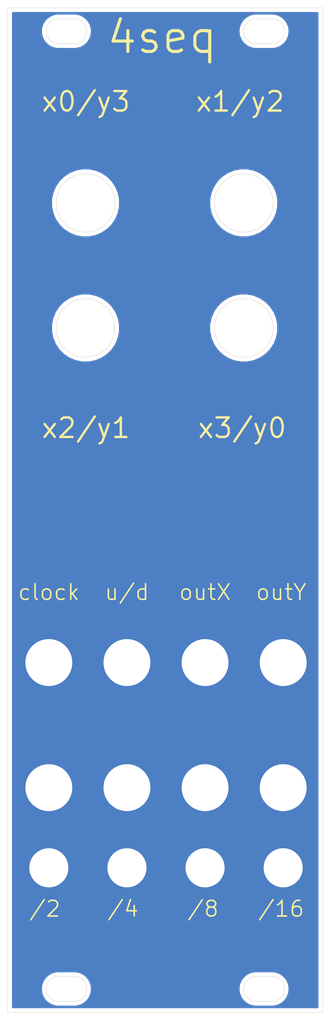
<source format=kicad_pcb>
(kicad_pcb (version 20171130) (host pcbnew "(5.1.5-0)")
  (layers (0 F.Cu signal) (31 B.Cu signal) (34 B.Paste user hide) (35 F.Paste user hide) (36 B.SilkS user hide) (37 F.SilkS user) (38 B.Mask user) (39 F.Mask user) (44 Edge.Cuts user))
  (net 0 "")
  (net 1 GND)
  (module "custom footprints:5mm_mounting_hole_LED" (layer F.Cu) (at 35.25 110)
    (fp_text reference REF** hide)
    (fp_text value 5mm_mounting_hole_LED)
    (pad 1 thru_hole circle (at 0 0) (size 5.1 5.1) (drill 5) (layers *.Cu *.Mask) (net 1 GND))
  )
  (module "custom footprints:5mm_mounting_hole_LED" (layer F.Cu) (at 25.25 110)
    (fp_text reference REF** hide)
    (fp_text value 5mm_mounting_hole_LED)
    (pad 1 thru_hole circle (at 0 0) (size 5.1 5.1) (drill 5) (layers *.Cu *.Mask) (net 1 GND))
  )
  (module "custom footprints:5mm_mounting_hole_LED" (layer F.Cu) (at 15.25 110)
    (fp_text reference REF** hide)
    (fp_text value 5mm_mounting_hole_LED)
    (pad 1 thru_hole circle (at 0 0) (size 5.1 5.1) (drill 5) (layers *.Cu *.Mask) (net 1 GND))
  )
  (module "custom footprints:5mm_mounting_hole_LED" (layer F.Cu) (at 5.25 110)
    (fp_text reference REF** hide)
    (fp_text value 5mm_mounting_hole_LED)
    (pad 1 thru_hole circle (at 0 0) (size 5.1 5.1) (drill 5) (layers *.Cu *.Mask) (net 1 GND))
  )
  (module "custom footprints:potleaf_small_copper" (layer F.Cu) (at 20 123.5)
    (fp_text reference REF** hide)
    (fp_text value potleaf_small_copper)
    (fp_poly (pts (xy -3.4036 -3.9751) (xy -3.0861 -3.7338) (xy -2.52095 -3.4163) (xy -1.92405 -2.9845) (xy -1.5494 -2.6035) (xy -1.14935 -2.03835) (xy -0.55245 -0.85725) (xy -0.254 -0.2921) (xy -0.2413 -0.2794) (xy -0.5715 -0.254) (xy -0.6731 -0.3048) (xy -1.0287 -0.55245) (xy -1.4351 -0.92075) (xy -1.7653 -1.27) (xy -2.1209 -1.7018) (xy -2.4003 -2.1209) (xy -2.5908 -2.3749) (xy -2.8448 -2.8321) (xy -3.0988 -3.2004) (xy -3.3401 -3.6195) (xy -3.6195 -4.1783)) (layer F.Cu) (width 0.1))
    (fp_poly (pts (xy -1.997075 -0.796925) (xy -1.660525 -0.701675) (xy -1.397 -0.6096) (xy -0.6985 -0.2032) (xy -0.66802 -0.17526) (xy -0.6604 -0.1905) (xy -0.6604 -0.1778) (xy -0.66802 -0.17526) (xy -0.7493 -0.0127) (xy -0.3556 0.127) (xy -0.56515 0.1524) (xy -0.95885 0.1778) (xy -1.4351 0.1778) (xy -1.8796 0.1143) (xy -2.3622 0) (xy -2.7559 -0.1143) (xy -3.1623 -0.3429) (xy -3.4798 -0.5715) (xy -3.8862 -0.6985) (xy -3.2385 -0.7493) (xy -2.7051 -0.7874) (xy -2.24155 -0.79375)) (layer F.Cu) (width 0.1))
    (fp_poly (pts (xy -0.13335 0.2667) (xy -0.50165 0.6985) (xy -0.9398 0.97155) (xy -1.3208 1.11125) (xy -2.0701 1.27635) (xy -1.5875 0.7493) (xy -1.1938 0.4826) (xy -0.8255 0.2794) (xy -0.3556 0.2032) (xy -0.3302 0.2032)) (layer F.Cu) (width 0.1))
    (fp_poly (pts (xy 0 -0.2159) (xy -0.211138 -0.022225) (xy 0.007937 0.073025) (xy 0.758825 0.61595) (xy 0.57785 0.7112) (xy 0 0.254) (xy 0.0127 1.3462) (xy -0.1016 1.2065) (xy -0.10795 0.3175) (xy -0.0635 0.3175) (xy -0.4445 0.1016) (xy -0.73025 -0.0508) (xy -0.56515 -0.3302)) (layer F.Cu) (width 0.1))
    (fp_poly (pts (xy 0.64135 0.2413) (xy 1.1938 0.5207) (xy 1.520825 0.847725) (xy 1.655763 1.077913) (xy 1.887538 1.347788) (xy 1.58115 1.26365) (xy 1.32715 1.18745) (xy 1.14935 1.12395) (xy 0.7747 0.9906) (xy 0.415925 0.796925) (xy 0.155575 0.511175) (xy 0.03175 0.34925) (xy 0.09525 0.38735) (xy 0.06985 0.32385) (xy 0.13335 0.1524)) (layer F.Cu) (width 0.1))
    (fp_poly (pts (xy 3.0734 -0.762) (xy 3.5052 -0.7366) (xy 4.083207 -0.726057) (xy 3.4036 -0.5715) (xy 2.9718 -0.381) (xy 2.6289 -0.1651) (xy 2.2098 0) (xy 1.6764 0.0889) (xy 1.2319 0.1143) (xy 0.65405 0.09525) (xy 0.0762 0.0762) (xy 0.0127 0) (xy 0.2286 -0.0635) (xy 0.235585 -0.1143) (xy 0.551815 -0.2413) (xy 1.08585 -0.4699) (xy 1.6383 -0.6731) (xy 2.032 -0.7874) (xy 2.4765 -0.7874)) (layer F.Cu) (width 0.1))
    (fp_poly (pts (xy 3.0607 -3.4163) (xy 2.8194 -2.921) (xy 2.6162 -2.4638) (xy 2.35585 -1.9431) (xy 2.0828 -1.5875) (xy 1.77165 -1.17475) (xy 1.30175 -0.78105) (xy 0.8001 -0.4445) (xy -0.3048 0.1524) (xy -0.2794 -0.1778) (xy 0.0254 -0.2286) (xy 0.27305 -0.66675) (xy 0.48895 -1.1303) (xy 0.65405 -1.4605) (xy 0.8382 -1.7526) (xy 1.0033 -2.0701) (xy 1.2827 -2.4257) (xy 1.5621 -2.7432) (xy 1.8923 -3.0353) (xy 2.2352 -3.2639) (xy 2.6162 -3.5179) (xy 3.0099 -3.7846) (xy 3.5433 -4.1783)) (layer F.Cu) (width 0.1))
    (fp_poly (pts (xy 0.2159 -5.5499) (xy 0.3175 -5.0673) (xy 0.4318 -4.6101) (xy 0.51435 -4.2799) (xy 0.57785 -3.8989) (xy 0.6223 -3.3782) (xy 0.6223 -2.8448) (xy 0.5715 -2.2606) (xy 0.508 -1.7399) (xy 0.365125 -1.2446) (xy 0.066675 -0.2286) (xy -0.14605 -0.2794) (xy -0.381 -1.1938) (xy -0.554038 -2.0574) (xy -0.538163 -2.8448) (xy -0.485775 -3.5052) (xy -0.32385 -4.2799) (xy -0.0889 -5.0927) (xy 0.0381 -5.8674) (xy 0.1016 -6.3881)) (layer F.Cu) (width 0.1))
  )
  (module "custom footprints:6mm_mounting_hole_thonkiconn" (layer F.Cu) (at 35.25 99.75)
    (fp_text reference TP1 hide)
    (fp_text value TestPoint)
    (pad 1 thru_hole circle (at 0 0) (size 6.1 6.1) (drill 6) (layers *.Cu *.Mask) (net 1 GND))
  )
  (module "custom footprints:6mm_mounting_hole_thonkiconn" (layer F.Cu) (at 5.25 83.75)
    (fp_text reference TP1 hide)
    (fp_text value TestPoint)
    (pad 1 thru_hole circle (at 0 0) (size 6.1 6.1) (drill 6) (layers *.Cu *.Mask) (net 1 GND))
  )
  (module "custom footprints:6mm_mounting_hole_thonkiconn" (layer F.Cu) (at 35.25 83.75)
    (fp_text reference TP1 hide)
    (fp_text value TestPoint)
    (pad 1 thru_hole circle (at 0 0) (size 6.1 6.1) (drill 6) (layers *.Cu *.Mask) (net 1 GND))
  )
  (module "custom footprints:6mm_mounting_hole_thonkiconn" (layer F.Cu) (at 25.25 83.75)
    (fp_text reference TP1 hide)
    (fp_text value TestPoint)
    (pad 1 thru_hole circle (at 0 0) (size 6.1 6.1) (drill 6) (layers *.Cu *.Mask) (net 1 GND))
  )
  (module "custom footprints:6mm_mounting_hole_thonkiconn" (layer F.Cu) (at 15.25 83.75)
    (fp_text reference TP1 hide)
    (fp_text value TestPoint)
    (pad 1 thru_hole circle (at 0 0) (size 6.1 6.1) (drill 6) (layers *.Cu *.Mask) (net 1 GND))
  )
  (module "custom footprints:6mm_mounting_hole_thonkiconn" (layer F.Cu) (at 5.25 99.75)
    (fp_text reference TP1 hide)
    (fp_text value TestPoint)
    (pad 1 thru_hole circle (at 0 0) (size 6.1 6.1) (drill 6) (layers *.Cu *.Mask) (net 1 GND))
  )
  (module "custom footprints:6mm_mounting_hole_thonkiconn" (layer F.Cu) (at 25.25 99.75)
    (fp_text reference TP1 hide)
    (fp_text value TestPoint)
    (pad 1 thru_hole circle (at 0 0) (size 6.1 6.1) (drill 6) (layers *.Cu *.Mask) (net 1 GND))
  )
  (module "custom footprints:6mm_mounting_hole_thonkiconn" (layer F.Cu) (at 15.25 99.75)
    (fp_text reference TP1 hide)
    (fp_text value TestPoint)
    (pad 1 thru_hole circle (at 0 0) (size 6.1 6.1) (drill 6) (layers *.Cu *.Mask) (net 1 GND))
  )
  (gr_text /2 (at 4.75 115.25) (layer F.SilkS) (effects (font (size 2 2) (thickness 0.2))))
  (gr_text /8 (at 25 115.25) (layer F.SilkS) (effects (font (size 2 2) (thickness 0.2))))
  (gr_text /4 (at 14.75 115.25) (layer F.SilkS) (effects (font (size 2 2) (thickness 0.2))))
  (gr_text /16 (at 35 115.25) (layer F.SilkS) (effects (font (size 2 2) (thickness 0.2))))
  (gr_text x3/y0 (at 30 53.75) (layer F.SilkS) (effects (font (size 2.5 2.5) (thickness 0.3))))
  (gr_text x2/y1 (at 10 53.75) (layer F.SilkS) (effects (font (size 2.5 2.5) (thickness 0.3))))
  (gr_text x1/y2 (at 29.75 12) (layer F.SilkS) (effects (font (size 2.5 2.5) (thickness 0.3))))
  (gr_line (start 35.25 99.75) (end 5.25 99.75) (layer F.Cu) (width 2))
  (gr_line (start 15.25 83.75) (end 5.25 83.75) (layer F.Cu) (width 2))
  (gr_line (start 35.25 83.75) (end 25.25 83.75) (layer F.Cu) (width 2))
  (gr_circle (center 9.95 40.95) (end 13.7 40.95) (layer Edge.Cuts) (width 0.05))
  (gr_circle (center 30.2 40.95) (end 33.95 40.95) (layer Edge.Cuts) (width 0.05))
  (gr_text 4seq (at 19.75 3.75) (layer F.SilkS) (effects (font (size 4 4) (thickness 0.4))))
  (gr_text x0/y3 (at 10 12) (layer F.SilkS) (effects (font (size 2.5 2.5) (thickness 0.3))))
  (gr_text clock (at 5.25 74.75) (layer F.SilkS) (effects (font (size 2 2) (thickness 0.2))))
  (gr_text outY (at 35 74.75) (layer F.SilkS) (effects (font (size 2 2) (thickness 0.2))))
  (gr_text outX (at 25.25 74.75) (layer F.SilkS) (effects (font (size 2 2) (thickness 0.2))))
  (gr_text u/d (at 15.25 74.75) (layer F.SilkS) (effects (font (size 2 2) (thickness 0.2))))
  (gr_circle (center 9.95 24.95) (end 13.7 24.95) (layer Edge.Cuts) (width 0.05))
  (gr_circle (center 30.2 24.95) (end 33.95 24.95) (layer Edge.Cuts) (width 0.05))
  (gr_arc (start 8.5 125.5) (end 8.5 127.1) (angle -180) (layer Edge.Cuts) (width 0.05))
  (gr_line (start 6.5 123.9) (end 8.5 123.9) (layer Edge.Cuts) (width 0.05))
  (gr_arc (start 6.5 125.5) (end 6.5 123.9) (angle -180) (layer Edge.Cuts) (width 0.05))
  (gr_line (start 6.5 127.1) (end 8.5 127.1) (layer Edge.Cuts) (width 0.05))
  (gr_arc (start 8.5 3) (end 8.5 4.6) (angle -180) (layer Edge.Cuts) (width 0.05))
  (gr_line (start 6.5 1.4) (end 8.5 1.4) (layer Edge.Cuts) (width 0.05))
  (gr_arc (start 6.5 3) (end 6.5 1.4) (angle -180) (layer Edge.Cuts) (width 0.05))
  (gr_line (start 6.5 4.6) (end 8.5 4.6) (layer Edge.Cuts) (width 0.05))
  (gr_arc (start 33.8 125.5) (end 33.8 127.1) (angle -180) (layer Edge.Cuts) (width 0.05))
  (gr_line (start 31.8 123.9) (end 33.8 123.9) (layer Edge.Cuts) (width 0.05))
  (gr_arc (start 31.8 125.5) (end 31.8 123.9) (angle -180) (layer Edge.Cuts) (width 0.05))
  (gr_line (start 31.8 127.1) (end 33.8 127.1) (layer Edge.Cuts) (width 0.05))
  (gr_line (start 31.8 1.4) (end 33.8 1.4) (layer Edge.Cuts) (width 0.05))
  (gr_line (start 31.8 4.6) (end 33.8 4.6) (layer Edge.Cuts) (width 0.05))
  (gr_arc (start 31.8 3) (end 31.8 1.4) (angle -180) (layer Edge.Cuts) (width 0.05))
  (gr_arc (start 33.8 3) (end 33.8 4.6) (angle -180) (layer Edge.Cuts) (width 0.05))
  (gr_line (start 0 128.5) (end 0 0) (layer Edge.Cuts) (width 0.05))
  (gr_line (start 40.3 128.5) (end 0 128.5) (layer Edge.Cuts) (width 0.05))
  (gr_line (start 40.3 0) (end 40.3 128.5) (layer Edge.Cuts) (width 0.05))
  (gr_line (start 0 0) (end 40.3 0) (layer Edge.Cuts) (width 0.05))
  (zone (net 1) (net_name GND) (layer B.Cu) (connect_pads yes (clearance 0.508)) (min_thickness 0.254) (fill yes (arc_segments 32) (thermal_gap 0.508) (thermal_bridge_width 0.508))
    (polygon (pts (xy 41 130) (xy -1 130) (xy -1 -1) (xy 41 -1)))
  )
)
</source>
